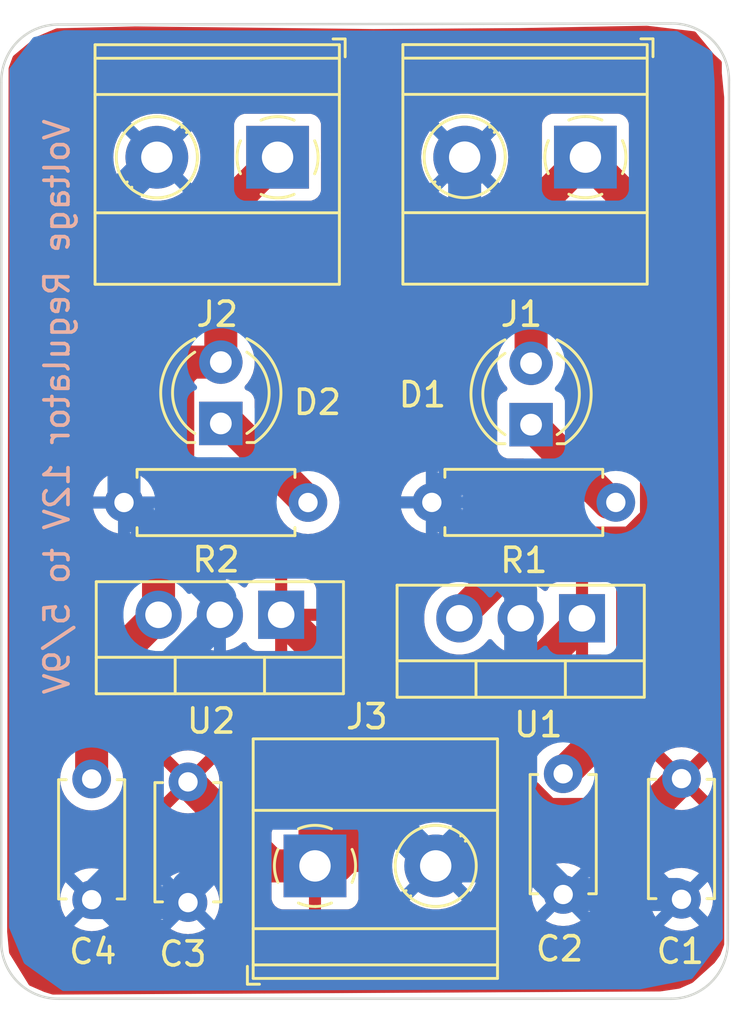
<source format=kicad_pcb>
(kicad_pcb (version 20221018) (generator pcbnew)
  (layers (0 "F.Cu" signal) (1 "In1.Cu" signal) (2 "In2.Cu" signal) (3 "In3.Cu" signal) (4 "In4.Cu" signal) (31 "B.Cu" signal) (34 "B.Paste" user) (35 "F.Paste" user) (36 "B.SilkS" user "B.Silkscreen") (37 "F.SilkS" user "F.Silkscreen") (38 "B.Mask" user) (39 "F.Mask" user) (44 "Edge.Cuts" user))
  (net 0 "")
  (net 1 "+12V")
  (net 2 "GND")
  (net 3 "/5V OUT")
  (net 4 "/9V OUT")
  (net 5 "Net-(D1-K)")
  (net 6 "Net-(D2-K)")
  (footprint "Capacitor_THT:C_Disc_D4.7mm_W2.5mm_P5.00mm" (layer "F.Cu") (at 76.95 59 -90)
    (fp_text reference "C4" (at 7.15 -0.05 -180) (layer "F.SilkS"))
    (fp_text value "0.1uF")
    (fp_line (start 0.03 -1.37) (end 0.03 -1.055) (stroke (width 0.12)) (layer "F.SilkS"))
    (fp_line (start 0.03 -1.37) (end 4.97 -1.37) (stroke (width 0.12)) (layer "F.SilkS"))
    (fp_line (start 0.03 1.055) (end 0.03 1.37) (stroke (width 0.12)) (layer "F.SilkS"))
    (fp_line (start 0.03 1.37) (end 4.97 1.37) (stroke (width 0.12)) (layer "F.SilkS"))
    (fp_line (start 4.97 -1.37) (end 4.97 -1.055) (stroke (width 0.12)) (layer "F.SilkS"))
    (fp_line (start 4.97 1.055) (end 4.97 1.37) (stroke (width 0.12)) (layer "F.SilkS"))
    (pad "1" thru_hole circle (at 0 0 270) (size 1.6 1.6) (drill 0.8) (layers "*.Cu" "*.Mask") (net 4 "/9V OUT"))
    (pad "2" thru_hole circle (at 5 0 270) (size 1.6 1.6) (drill 0.8) (layers "*.Cu" "*.Mask") (net 2 "GND"))
  )
  (footprint "Resistor_THT:R_Axial_DIN0207_L6.3mm_D2.5mm_P7.62mm_Horizontal" (layer "F.Cu") (at 98.66 47.545 180)
    (fp_text reference "R1" (at 3.81 -2.4) (layer "F.SilkS"))
    (fp_text value "330 Ohm")
    (fp_line (start 0.54 -1.37) (end 7.08 -1.37) (stroke (width 0.12)) (layer "F.SilkS"))
    (fp_line (start 0.54 -1.04) (end 0.54 -1.37) (stroke (width 0.12)) (layer "F.SilkS"))
    (fp_line (start 0.54 1.04) (end 0.54 1.37) (stroke (width 0.12)) (layer "F.SilkS"))
    (fp_line (start 0.54 1.37) (end 7.08 1.37) (stroke (width 0.12)) (layer "F.SilkS"))
    (fp_line (start 7.08 -1.37) (end 7.08 -1.04) (stroke (width 0.12)) (layer "F.SilkS"))
    (fp_line (start 7.08 1.37) (end 7.08 1.04) (stroke (width 0.12)) (layer "F.SilkS"))
    (pad "1" thru_hole circle (at 0 0 180) (size 1.6 1.6) (drill 0.8) (layers "*.Cu" "*.Mask") (net 5 "Net-(D1-K)"))
    (pad "2" thru_hole oval (at 7.62 0 180) (size 1.6 1.6) (drill 0.8) (layers "*.Cu" "*.Mask") (net 2 "GND"))
  )
  (footprint "LED_THT:LED_D4.0mm" (layer "F.Cu") (at 95.15 44.325 90)
    (fp_text reference "D1" (at 1.24 -4.5) (layer "F.SilkS"))
    (fp_text value "LED")
    (fp_line (start -0.79 -1.399) (end -0.79 -1.08) (stroke (width 0.12)) (layer "F.SilkS"))
    (fp_line (start -0.79 1.08) (end -0.79 1.399) (stroke (width 0.12)) (layer "F.SilkS"))
    (fp_arc (start -0.79 -1.398749) (mid 1.453519 -2.483228) (end 3.513242 -1.080724) (stroke (width 0.12)) (layer "F.SilkS"))
    (fp_arc (start -0.41333 -1.08) (mid 1.269429 -2) (end 2.952713 -1.080961) (stroke (width 0.12)) (layer "F.SilkS"))
    (fp_arc (start 2.952713 1.080961) (mid 1.269429 2) (end -0.41333 1.08) (stroke (width 0.12)) (layer "F.SilkS"))
    (fp_arc (start 3.513242 1.080724) (mid 1.453519 2.483228) (end -0.79 1.398749) (stroke (width 0.12)) (layer "F.SilkS"))
    (pad "1" thru_hole rect (at 0 0 90) (size 1.8 1.8) (drill 0.9) (layers "*.Cu" "*.Mask") (net 5 "Net-(D1-K)"))
    (pad "2" thru_hole circle (at 2.54 0 90) (size 1.8 1.8) (drill 0.9) (layers "*.Cu" "*.Mask") (net 3 "/5V OUT"))
  )
  (footprint "Package_TO_SOT_THT:TO-220-3_Vertical" (layer "F.Cu") (at 84.8 52.2 180)
    (fp_text reference "U2" (at 2.9 -4.4) (layer "F.SilkS"))
    (fp_text value "LM7809_TO220")
    (fp_line (start -2.58 -3.27) (end -2.58 1.371) (stroke (width 0.12)) (layer "F.SilkS"))
    (fp_line (start -2.58 -3.27) (end 7.66 -3.27) (stroke (width 0.12)) (layer "F.SilkS"))
    (fp_line (start -2.58 -1.76) (end 7.66 -1.76) (stroke (width 0.12)) (layer "F.SilkS"))
    (fp_line (start -2.58 1.371) (end 7.66 1.371) (stroke (width 0.12)) (layer "F.SilkS"))
    (fp_line (start 0.69 -3.27) (end 0.69 -1.76) (stroke (width 0.12)) (layer "F.SilkS"))
    (fp_line (start 4.391 -3.27) (end 4.391 -1.76) (stroke (width 0.12)) (layer "F.SilkS"))
    (fp_line (start 7.66 -3.27) (end 7.66 1.371) (stroke (width 0.12)) (layer "F.SilkS"))
    (pad "1" thru_hole rect (at 0 0 180) (size 1.905 2) (drill 1.1) (layers "*.Cu" "*.Mask") (net 1 "+12V"))
    (pad "2" thru_hole oval (at 2.54 0 180) (size 1.905 2) (drill 1.1) (layers "*.Cu" "*.Mask") (net 2 "GND"))
    (pad "3" thru_hole oval (at 5.08 0 180) (size 1.905 2) (drill 1.1) (layers "*.Cu" "*.Mask") (net 4 "/9V OUT"))
  )
  (footprint "LED_THT:LED_D4.0mm" (layer "F.Cu") (at 82.3 44.275 90)
    (fp_text reference "D2" (at 0.875 4 180) (layer "F.SilkS"))
    (fp_text value "LED")
    (fp_line (start -0.79 -1.399) (end -0.79 -1.08) (stroke (width 0.12)) (layer "F.SilkS"))
    (fp_line (start -0.79 1.08) (end -0.79 1.399) (stroke (width 0.12)) (layer "F.SilkS"))
    (fp_arc (start -0.79 -1.398749) (mid 1.453519 -2.483228) (end 3.513242 -1.080724) (stroke (width 0.12)) (layer "F.SilkS"))
    (fp_arc (start -0.41333 -1.08) (mid 1.269429 -2) (end 2.952713 -1.080961) (stroke (width 0.12)) (layer "F.SilkS"))
    (fp_arc (start 2.952713 1.080961) (mid 1.269429 2) (end -0.41333 1.08) (stroke (width 0.12)) (layer "F.SilkS"))
    (fp_arc (start 3.513242 1.080724) (mid 1.453519 2.483228) (end -0.79 1.398749) (stroke (width 0.12)) (layer "F.SilkS"))
    (pad "1" thru_hole rect (at 0 0 90) (size 1.8 1.8) (drill 0.9) (layers "*.Cu" "*.Mask") (net 6 "Net-(D2-K)"))
    (pad "2" thru_hole circle (at 2.54 0 90) (size 1.8 1.8) (drill 0.9) (layers "*.Cu" "*.Mask") (net 4 "/9V OUT"))
  )
  (footprint "Capacitor_THT:C_Disc_D4.7mm_W2.5mm_P5.00mm" (layer "F.Cu") (at 80.94 59.12 -90)
    (fp_text reference "C3" (at 7.13 0.21) (layer "F.SilkS"))
    (fp_text value "0.33uF")
    (fp_line (start 0.03 -1.37) (end 0.03 -1.055) (stroke (width 0.12)) (layer "F.SilkS"))
    (fp_line (start 0.03 -1.37) (end 4.97 -1.37) (stroke (width 0.12)) (layer "F.SilkS"))
    (fp_line (start 0.03 1.055) (end 0.03 1.37) (stroke (width 0.12)) (layer "F.SilkS"))
    (fp_line (start 0.03 1.37) (end 4.97 1.37) (stroke (width 0.12)) (layer "F.SilkS"))
    (fp_line (start 4.97 -1.37) (end 4.97 -1.055) (stroke (width 0.12)) (layer "F.SilkS"))
    (fp_line (start 4.97 1.055) (end 4.97 1.37) (stroke (width 0.12)) (layer "F.SilkS"))
    (pad "1" thru_hole circle (at 0 0 270) (size 1.6 1.6) (drill 0.8) (layers "*.Cu" "*.Mask") (net 1 "+12V"))
    (pad "2" thru_hole circle (at 5 0 270) (size 1.6 1.6) (drill 0.8) (layers "*.Cu" "*.Mask") (net 2 "GND"))
  )
  (footprint "TerminalBlock_Phoenix:TerminalBlock_Phoenix_MKDS-1,5-2_1x02_P5.00mm_Horizontal" (layer "F.Cu") (at 84.65 33.25 180)
    (fp_text reference "J2" (at 2.5 -6.5) (layer "F.SilkS"))
    (fp_text value "Screw_Terminal_01x02")
    (fp_line (start -2.8 4.16) (end -2.8 4.9) (stroke (width 0.12)) (layer "F.SilkS"))
    (fp_line (start -2.8 4.9) (end -2.3 4.9) (stroke (width 0.12)) (layer "F.SilkS"))
    (fp_line (start -2.56 -5.261) (end -2.56 4.66) (stroke (width 0.12)) (layer "F.SilkS"))
    (fp_line (start -2.56 -5.261) (end 7.56 -5.261) (stroke (width 0.12)) (layer "F.SilkS"))
    (fp_line (start -2.56 -2.301) (end 7.56 -2.301) (stroke (width 0.12)) (layer "F.SilkS"))
    (fp_line (start -2.56 2.6) (end 7.56 2.6) (stroke (width 0.12)) (layer "F.SilkS"))
    (fp_line (start -2.56 4.1) (end 7.56 4.1) (stroke (width 0.12)) (layer "F.SilkS"))
    (fp_line (start -2.56 4.66) (end 7.56 4.66) (stroke (width 0.12)) (layer "F.SilkS"))
    (fp_line (start 3.773 1.023) (end 3.726 1.069) (stroke (width 0.12)) (layer "F.SilkS"))
    (fp_line (start 3.966 1.239) (end 3.931 1.274) (stroke (width 0.12)) (layer "F.SilkS"))
    (fp_line (start 6.07 -1.275) (end 6.035 -1.239) (stroke (width 0.12)) (layer "F.SilkS"))
    (fp_line (start 6.275 -1.069) (end 6.228 -1.023) (stroke (width 0.12)) (layer "F.SilkS"))
    (fp_line (start 7.56 -5.261) (end 7.56 4.66) (stroke (width 0.12)) (layer "F.SilkS"))
    (fp_arc (start -1.535427 0.683042) (mid -1.680501 -0.000524) (end -1.535 -0.684) (stroke (width 0.12)) (layer "F.SilkS"))
    (fp_arc (start -0.683042 -1.535427) (mid 0.000524 -1.680501) (end 0.684 -1.535) (stroke (width 0.12)) (layer "F.SilkS"))
    (fp_arc (start 0.028805 1.680253) (mid -0.335551 1.646659) (end -0.684 1.535) (stroke (width 0.12)) (layer "F.SilkS"))
    (fp_arc (start 0.683318 1.534756) (mid 0.349292 1.643288) (end 0 1.68) (stroke (width 0.12)) (layer "F.SilkS"))
    (fp_arc (start 1.535427 -0.683042) (mid 1.680501 0.000524) (end 1.535 0.684) (stroke (width 0.12)) (layer "F.SilkS"))
    (fp_circle (center 5 0) (end 6.68 0) (stroke (width 0.12)) (fill none) (layer "F.SilkS"))
    (pad "1" thru_hole rect (at 0 0 180) (size 2.6 2.6) (drill 1.3) (layers "*.Cu" "*.Mask") (net 4 "/9V OUT"))
    (pad "2" thru_hole circle (at 5 0 180) (size 2.6 2.6) (drill 1.3) (layers "*.Cu" "*.Mask") (net 2 "GND"))
  )
  (footprint "Capacitor_THT:C_Disc_D4.7mm_W2.5mm_P5.00mm" (layer "F.Cu") (at 96.48 58.785 -90)
    (fp_text reference "C2" (at 7.25 0.15 -180) (layer "F.SilkS"))
    (fp_text value "0.1uF")
    (fp_line (start 0.03 -1.37) (end 0.03 -1.055) (stroke (width 0.12)) (layer "F.SilkS"))
    (fp_line (start 0.03 -1.37) (end 4.97 -1.37) (stroke (width 0.12)) (layer "F.SilkS"))
    (fp_line (start 0.03 1.055) (end 0.03 1.37) (stroke (width 0.12)) (layer "F.SilkS"))
    (fp_line (start 0.03 1.37) (end 4.97 1.37) (stroke (width 0.12)) (layer "F.SilkS"))
    (fp_line (start 4.97 -1.37) (end 4.97 -1.055) (stroke (width 0.12)) (layer "F.SilkS"))
    (fp_line (start 4.97 1.055) (end 4.97 1.37) (stroke (width 0.12)) (layer "F.SilkS"))
    (pad "1" thru_hole circle (at 0 0 270) (size 1.6 1.6) (drill 0.8) (layers "*.Cu" "*.Mask") (net 3 "/5V OUT"))
    (pad "2" thru_hole circle (at 5 0 270) (size 1.6 1.6) (drill 0.8) (layers "*.Cu" "*.Mask") (net 2 "GND"))
  )
  (footprint "TerminalBlock_Phoenix:TerminalBlock_Phoenix_MKDS-1,5-2_1x02_P5.00mm_Horizontal" (layer "F.Cu") (at 97.4 33.245 180)
    (fp_text reference "J1" (at 2.65 -6.505) (layer "F.SilkS"))
    (fp_text value "Screw_Terminal_01x02")
    (fp_line (start -2.8 4.16) (end -2.8 4.9) (stroke (width 0.12)) (layer "F.SilkS"))
    (fp_line (start -2.8 4.9) (end -2.3 4.9) (stroke (width 0.12)) (layer "F.SilkS"))
    (fp_line (start -2.56 -5.261) (end -2.56 4.66) (stroke (width 0.12)) (layer "F.SilkS"))
    (fp_line (start -2.56 -5.261) (end 7.56 -5.261) (stroke (width 0.12)) (layer "F.SilkS"))
    (fp_line (start -2.56 -2.301) (end 7.56 -2.301) (stroke (width 0.12)) (layer "F.SilkS"))
    (fp_line (start -2.56 2.6) (end 7.56 2.6) (stroke (width 0.12)) (layer "F.SilkS"))
    (fp_line (start -2.56 4.1) (end 7.56 4.1) (stroke (width 0.12)) (layer "F.SilkS"))
    (fp_line (start -2.56 4.66) (end 7.56 4.66) (stroke (width 0.12)) (layer "F.SilkS"))
    (fp_line (start 3.773 1.023) (end 3.726 1.069) (stroke (width 0.12)) (layer "F.SilkS"))
    (fp_line (start 3.966 1.239) (end 3.931 1.274) (stroke (width 0.12)) (layer "F.SilkS"))
    (fp_line (start 6.07 -1.275) (end 6.035 -1.239) (stroke (width 0.12)) (layer "F.SilkS"))
    (fp_line (start 6.275 -1.069) (end 6.228 -1.023) (stroke (width 0.12)) (layer "F.SilkS"))
    (fp_line (start 7.56 -5.261) (end 7.56 4.66) (stroke (width 0.12)) (layer "F.SilkS"))
    (fp_arc (start -1.535427 0.683042) (mid -1.680501 -0.000524) (end -1.535 -0.684) (stroke (width 0.12)) (layer "F.SilkS"))
    (fp_arc (start -0.683042 -1.535427) (mid 0.000524 -1.680501) (end 0.684 -1.535) (stroke (width 0.12)) (layer "F.SilkS"))
    (fp_arc (start 0.028805 1.680253) (mid -0.335551 1.646659) (end -0.684 1.535) (stroke (width 0.12)) (layer "F.SilkS"))
    (fp_arc (start 0.683318 1.534756) (mid 0.349292 1.643288) (end 0 1.68) (stroke (width 0.12)) (layer "F.SilkS"))
    (fp_arc (start 1.535427 -0.683042) (mid 1.680501 0.000524) (end 1.535 0.684) (stroke (width 0.12)) (layer "F.SilkS"))
    (fp_circle (center 5 0) (end 6.68 0) (stroke (width 0.12)) (fill none) (layer "F.SilkS"))
    (pad "1" thru_hole rect (at 0 0 180) (size 2.6 2.6) (drill 1.3) (layers "*.Cu" "*.Mask") (net 3 "/5V OUT"))
    (pad "2" thru_hole circle (at 5 0 180) (size 2.6 2.6) (drill 1.3) (layers "*.Cu" "*.Mask") (net 2 "GND"))
  )
  (footprint "Package_TO_SOT_THT:TO-220-3_Vertical" (layer "F.Cu") (at 97.26 52.345 180)
    (fp_text reference "U1" (at 1.81 -4.405) (layer "F.SilkS"))
    (fp_text value "LM7805_TO220")
    (fp_line (start -2.58 -3.27) (end -2.58 1.371) (stroke (width 0.12)) (layer "F.SilkS"))
    (fp_line (start -2.58 -3.27) (end 7.66 -3.27) (stroke (width 0.12)) (layer "F.SilkS"))
    (fp_line (start -2.58 -1.76) (end 7.66 -1.76) (stroke (width 0.12)) (layer "F.SilkS"))
    (fp_line (start -2.58 1.371) (end 7.66 1.371) (stroke (width 0.12)) (layer "F.SilkS"))
    (fp_line (start 0.69 -3.27) (end 0.69 -1.76) (stroke (width 0.12)) (layer "F.SilkS"))
    (fp_line (start 4.391 -3.27) (end 4.391 -1.76) (stroke (width 0.12)) (layer "F.SilkS"))
    (fp_line (start 7.66 -3.27) (end 7.66 1.371) (stroke (width 0.12)) (layer "F.SilkS"))
    (pad "1" thru_hole rect (at 0 0 180) (size 1.905 2) (drill 1.1) (layers "*.Cu" "*.Mask") (net 1 "+12V"))
    (pad "2" thru_hole oval (at 2.54 0 180) (size 1.905 2) (drill 1.1) (layers "*.Cu" "*.Mask") (net 2 "GND"))
    (pad "3" thru_hole oval (at 5.08 0 180) (size 1.905 2) (drill 1.1) (layers "*.Cu" "*.Mask") (net 3 "/5V OUT"))
  )
  (footprint "TerminalBlock_Phoenix:TerminalBlock_Phoenix_MKDS-1,5-2_1x02_P5.00mm_Horizontal" (layer "F.Cu") (at 86.2 62.6)
    (fp_text reference "J3" (at 2.15 -6.18 180) (layer "F.SilkS"))
    (fp_text value "Screw_Terminal_01x02")
    (fp_line (start -2.8 4.16) (end -2.8 4.9) (stroke (width 0.12)) (layer "F.SilkS"))
    (fp_line (start -2.8 4.9) (end -2.3 4.9) (stroke (width 0.12)) (layer "F.SilkS"))
    (fp_line (start -2.56 -5.261) (end -2.56 4.66) (stroke (width 0.12)) (layer "F.SilkS"))
    (fp_line (start -2.56 -5.261) (end 7.56 -5.261) (stroke (width 0.12)) (layer "F.SilkS"))
    (fp_line (start -2.56 -2.301) (end 7.56 -2.301) (stroke (width 0.12)) (layer "F.SilkS"))
    (fp_line (start -2.56 2.6) (end 7.56 2.6) (stroke (width 0.12)) (layer "F.SilkS"))
    (fp_line (start -2.56 4.1) (end 7.56 4.1) (stroke (width 0.12)) (layer "F.SilkS"))
    (fp_line (start -2.56 4.66) (end 7.56 4.66) (stroke (width 0.12)) (layer "F.SilkS"))
    (fp_line (start 3.773 1.023) (end 3.726 1.069) (stroke (width 0.12)) (layer "F.SilkS"))
    (fp_line (start 3.966 1.239) (end 3.931 1.274) (stroke (width 0.12)) (layer "F.SilkS"))
    (fp_line (start 6.07 -1.275) (end 6.035 -1.239) (stroke (width 0.12)) (layer "F.SilkS"))
    (fp_line (start 6.275 -1.069) (end 6.228 -1.023) (stroke (width 0.12)) (layer "F.SilkS"))
    (fp_line (start 7.56 -5.261) (end 7.56 4.66) (stroke (width 0.12)) (layer "F.SilkS"))
    (fp_arc (start -1.535427 0.683042) (mid -1.680501 -0.000524) (end -1.535 -0.684) (stroke (width 0.12)) (layer "F.SilkS"))
    (fp_arc (start -0.683042 -1.535427) (mid 0.000524 -1.680501) (end 0.684 -1.535) (stroke (width 0.12)) (layer "F.SilkS"))
    (fp_arc (start 0.028805 1.680253) (mid -0.335551 1.646659) (end -0.684 1.535) (stroke (width 0.12)) (layer "F.SilkS"))
    (fp_arc (start 0.683318 1.534756) (mid 0.349292 1.643288) (end 0 1.68) (stroke (width 0.12)) (layer "F.SilkS"))
    (fp_arc (start 1.535427 -0.683042) (mid 1.680501 0.000524) (end 1.535 0.684) (stroke (width 0.12)) (layer "F.SilkS"))
    (fp_circle (center 5 0) (end 6.68 0) (stroke (width 0.12)) (fill none) (layer "F.SilkS"))
    (pad "1" thru_hole rect (at 0 0) (size 2.6 2.6) (drill 1.3) (layers "*.Cu" "*.Mask") (net 1 "+12V"))
    (pad "2" thru_hole circle (at 5 0) (size 2.6 2.6) (drill 1.3) (layers "*.Cu" "*.Mask") (net 2 "GND"))
  )
  (footprint "Capacitor_THT:C_Disc_D4.7mm_W2.5mm_P5.00mm" (layer "F.Cu") (at 101.38 58.985 -90)
    (fp_text reference "C1" (at 7.15 0.05 -180) (layer "F.SilkS"))
    (fp_text value "0.33uF")
    (fp_line (start 0.03 -1.37) (end 0.03 -1.055) (stroke (width 0.12)) (layer "F.SilkS"))
    (fp_line (start 0.03 -1.37) (end 4.97 -1.37) (stroke (width 0.12)) (layer "F.SilkS"))
    (fp_line (start 0.03 1.055) (end 0.03 1.37) (stroke (width 0.12)) (layer "F.SilkS"))
    (fp_line (start 0.03 1.37) (end 4.97 1.37) (stroke (width 0.12)) (layer "F.SilkS"))
    (fp_line (start 4.97 -1.37) (end 4.97 -1.055) (stroke (width 0.12)) (layer "F.SilkS"))
    (fp_line (start 4.97 1.055) (end 4.97 1.37) (stroke (width 0.12)) (layer "F.SilkS"))
    (pad "1" thru_hole circle (at 0 0 270) (size 1.6 1.6) (drill 0.8) (layers "*.Cu" "*.Mask") (net 1 "+12V"))
    (pad "2" thru_hole circle (at 5 0 270) (size 1.6 1.6) (drill 0.8) (layers "*.Cu" "*.Mask") (net 2 "GND"))
  )
  (footprint "Resistor_THT:R_Axial_DIN0207_L6.3mm_D2.5mm_P7.62mm_Horizontal" (layer "F.Cu") (at 85.91 47.55 180)
    (fp_text reference "R2" (at 3.81 -2.37) (layer "F.SilkS"))
    (fp_text value "330 Ohm")
    (fp_line (start 0.54 -1.37) (end 7.08 -1.37) (stroke (width 0.12)) (layer "F.SilkS"))
    (fp_line (start 0.54 -1.04) (end 0.54 -1.37) (stroke (width 0.12)) (layer "F.SilkS"))
    (fp_line (start 0.54 1.04) (end 0.54 1.37) (stroke (width 0.12)) (layer "F.SilkS"))
    (fp_line (start 0.54 1.37) (end 7.08 1.37) (stroke (width 0.12)) (layer "F.SilkS"))
    (fp_line (start 7.08 -1.37) (end 7.08 -1.04) (stroke (width 0.12)) (layer "F.SilkS"))
    (fp_line (start 7.08 1.37) (end 7.08 1.04) (stroke (width 0.12)) (layer "F.SilkS"))
    (pad "1" thru_hole circle (at 0 0 180) (size 1.6 1.6) (drill 0.8) (layers "*.Cu" "*.Mask") (net 6 "Net-(D2-K)"))
    (pad "2" thru_hole oval (at 7.62 0 180) (size 1.6 1.6) (drill 0.8) (layers "*.Cu" "*.Mask") (net 2 "GND"))
  )
  (gr_arc (start 75.604304 68.100338) (mid 73.91 67.43) (end 73.203773 65.750339) (stroke (width 0.1)) (layer "Edge.Cuts"))
  (gr_line (start 75.604304 68.100338) (end 100.950001 68.100531) (stroke (width 0.1)) (layer "Edge.Cuts"))
  (gr_line (start 100.945696 27.709662) (end 75.559661 27.753773) (stroke (width 0.1)) (layer "Edge.Cuts"))
  (gr_line (start 103.3 65.7) (end 103.346227 30.059661) (stroke (width 0.1)) (layer "Edge.Cuts"))
  (gr_arc (start 103.3 65.7) (mid 102.629662 67.394304) (end 100.950001 68.100531) (stroke (width 0.1)) (layer "Edge.Cuts"))
  (gr_line (start 73.209662 30.154304) (end 73.203773 65.750339) (stroke (width 0.1)) (layer "Edge.Cuts"))
  (gr_arc (start 73.209662 30.154304) (mid 73.88 28.46) (end 75.559661 27.753773) (stroke (width 0.1)) (layer "Edge.Cuts"))
  (gr_arc (start 100.945696 27.709662) (mid 102.64 28.38) (end 103.346227 30.059661) (stroke (width 0.1)) (layer "Edge.Cuts"))
  (gr_text "Voltage Regulator 12V to 5/9V" (at 76.1 31.58 90) (layer "B.SilkS") (effects (font (size 1 1)) (justify left bottom mirror)))
  (segment (start 86.2 62.6) (end 84.42 62.6) (width 1.36703) (layer "F.Cu") (net 1))
  (segment (start 86.2 53.6) (end 84.8 52.2) (width 1.36703) (layer "F.Cu") (net 1))
  (segment (start 84.42 62.6) (end 80.94 59.12) (width 1.36703) (layer "F.Cu") (net 1))
  (segment (start 95.782665 60.468515) (end 99.896485 60.468515) (width 1.36703) (layer "F.Cu") (net 1))
  (segment (start 86.2 62.6) (end 89.112075 59.687925) (width 1.36703) (layer "F.Cu") (net 1))
  (segment (start 97.26 52.449017) (end 97.26 52.345) (width 1.36703) (layer "F.Cu") (net 1))
  (segment (start 86.2 62.6) (end 87.109017 62.6) (width 1.36703) (layer "F.Cu") (net 1))
  (segment (start 95.002075 59.687925) (end 95.782665 60.468515) (width 1.36703) (layer "F.Cu") (net 1))
  (segment (start 89.112075 59.687925) (end 95.002075 59.687925) (width 1.36703) (layer "F.Cu") (net 1))
  (segment (start 99.896485 60.468515) (end 101.38 58.985) (width 1.36703) (layer "F.Cu") (net 1))
  (segment (start 87.109017 62.6) (end 97.26 52.449017) (width 1.36703) (layer "F.Cu") (net 1))
  (segment (start 86.2 62.6) (end 86.2 53.6) (width 1.36703) (layer "F.Cu") (net 1))
  (segment (start 78.29 34.61) (end 79.65 33.25) (width 1.36703) (layer "B.Cu") (net 2))
  (segment (start 91.2 62.6) (end 89.016485 60.416485) (width 1.36703) (layer "B.Cu") (net 2))
  (segment (start 91.2 62.6) (end 95.295 62.6) (width 1.36703) (layer "B.Cu") (net 2))
  (segment (start 101.18 63.785) (end 101.38 63.985) (width 1.36703) (layer "B.Cu") (net 2))
  (segment (start 89.016485 60.416485) (end 84.016485 60.416485) (width 1.36703) (layer "B.Cu") (net 2))
  (segment (start 80.94 63.49297) (end 80.94 64.12) (width 1.36703) (layer "B.Cu") (net 2))
  (segment (start 78.29 47.55) (end 78.29 34.61) (width 1.36703) (layer "B.Cu") (net 2))
  (segment (start 82.26 51.52) (end 78.29 47.55) (width 1.36703) (layer "B.Cu") (net 2))
  (segment (start 79.256485 55.307532) (end 82.26 52.304017) (width 1.36703) (layer "B.Cu") (net 2))
  (segment (start 77.07 64.12) (end 76.95 64) (width 1.36703) (layer "B.Cu") (net 2))
  (segment (start 95.295 62.6) (end 96.48 63.785) (width 1.36703) (layer "B.Cu") (net 2))
  (segment (start 92.4 46.185) (end 91.04 47.545) (width 1.36703) (layer "B.Cu") (net 2))
  (segment (start 91.04 47.545) (end 94.72 51.225) (width 1.36703) (layer "B.Cu") (net 2))
  (segment (start 79.256485 61.693515) (end 79.256485 55.307532) (width 1.36703) (layer "B.Cu") (net 2))
  (segment (start 80.94 64.12) (end 77.07 64.12) (width 1.36703) (layer "B.Cu") (net 2))
  (segment (start 92.4 33.245) (end 92.4 46.185) (width 1.36703) (layer "B.Cu") (net 2))
  (segment (start 82.26 52.2) (end 82.26 51.52) (width 1.36703) (layer "B.Cu") (net 2))
  (segment (start 94.72 59.08) (end 91.2 62.6) (width 1.36703) (layer "B.Cu") (net 2))
  (segment (start 94.72 51.225) (end 94.72 52.345) (width 1.36703) (layer "B.Cu") (net 2))
  (segment (start 76.95 64) (end 79.256485 61.693515) (width 1.36703) (layer "B.Cu") (net 2))
  (segment (start 84.016485 60.416485) (end 80.94 63.49297) (width 1.36703) (layer "B.Cu") (net 2))
  (segment (start 82.26 52.304017) (end 82.26 52.2) (width 1.36703) (layer "B.Cu") (net 2))
  (segment (start 96.48 63.785) (end 101.18 63.785) (width 1.36703) (layer "B.Cu") (net 2))
  (segment (start 94.72 52.345) (end 94.72 59.08) (width 1.36703) (layer "B.Cu") (net 2))
  (segment (start 95.15 35.495) (end 97.4 33.245) (width 1.36703) (layer "F.Cu") (net 3))
  (segment (start 92.18 52.240983) (end 95.192468 49.228515) (width 1.36703) (layer "F.Cu") (net 3))
  (segment (start 100.343515 36.188515) (end 97.4 33.245) (width 1.36703) (layer "F.Cu") (net 3))
  (segment (start 99.357335 55.907665) (end 99.357335 49.228515) (width 1.36703) (layer "F.Cu") (net 3))
  (segment (start 99.357335 49.228515) (end 100.343515 48.242335) (width 1.36703) (layer "F.Cu") (net 3))
  (segment (start 95.15 41.785) (end 95.15 35.495) (width 1.36703) (layer "F.Cu") (net 3))
  (segment (start 100.343515 48.242335) (end 100.343515 36.188515) (width 1.36703) (layer "F.Cu") (net 3))
  (segment (start 96.48 58.785) (end 99.357335 55.907665) (width 1.36703) (layer "F.Cu") (net 3))
  (segment (start 95.192468 49.228515) (end 99.357335 49.228515) (width 1.36703) (layer "F.Cu") (net 3))
  (segment (start 80.516485 49.131485) (end 80.516485 42.245723) (width 1.36703) (layer "F.Cu") (net 4))
  (segment (start 82.3 41.735) (end 82.3 35.6) (width 1.36703) (layer "F.Cu") (net 4))
  (segment (start 79.72 52.2) (end 79.72 49.92797) (width 1.36703) (layer "F.Cu") (net 4))
  (segment (start 79.72 49.92797) (end 80.516485 49.131485) (width 1.36703) (layer "F.Cu") (net 4))
  (segment (start 76.95 59) (end 76.95 54.97) (width 1.36703) (layer "F.Cu") (net 4))
  (segment (start 82.3 35.6) (end 84.65 33.25) (width 1.36703) (layer "F.Cu") (net 4))
  (segment (start 76.95 54.97) (end 79.72 52.2) (width 1.36703) (layer "F.Cu") (net 4))
  (segment (start 81.027208 41.735) (end 82.3 41.735) (width 1.36703) (layer "F.Cu") (net 4))
  (segment (start 80.516485 42.245723) (end 81.027208 41.735) (width 1.36703) (layer "F.Cu") (net 4))
  (segment (start 98.66 47.545) (end 98.37 47.545) (width 1.36703) (layer "F.Cu") (net 5))
  (segment (start 98.37 47.545) (end 95.15 44.325) (width 1.36703) (layer "F.Cu") (net 5))
  (segment (start 82.3 44.275) (end 82.635 44.275) (width 1.36703) (layer "F.Cu") (net 6))
  (segment (start 82.635 44.275) (end 85.91 47.55) (width 1.36703) (layer "F.Cu") (net 6))
  (zone (net 1) (net_name "+12V") (layer "F.Cu") (priority 1) (connect_pads (clearance 0.5)) (min_thickness 0.25) (fill yes (thermal_gap 0.5) (thermal_bridge_width 0.5))
    (polygon (pts (xy 74.69 28.25) (xy 75.49 27.91) (xy 78.74 27.83) (xy 88.62 27.94) (xy 94.7 27.9) (xy 99.94 27.8) (xy 101.95 28.04) (xy 102.72 28.98) (xy 103.05 29.28) (xy 103.05 29.76) (xy 103.15 30.78) (xy 103.15 65.86) (xy 102.99 66.29) (xy 102.75 66.62) (xy 101.84 67.44) (xy 101.3 67.68) (xy 100.5 67.8) (xy 75.33 67.93) (xy 74.98 67.82) (xy 74.36 67.55) (xy 73.53 66.21) (xy 73.45 65.33) (xy 73.51 29.55) (xy 73.69 29.06) (xy 74.76 28.17)))
  )
  (zone (net 2) (net_name "GND") (layer "B.Cu") (connect_pads (clearance 0.5)) (min_thickness 0.25) (fill yes (thermal_gap 0.5) (thermal_bridge_width 0.5))
    (polygon (pts (xy 102.75 30.12) (xy 103.09 65.63) (xy 101.82 67.28) (xy 99.67 67.71) (xy 75.75 67.78) (xy 74.15 66.64) (xy 73.53 65.16) (xy 73.55 29.57) (xy 74.53 28.28) (xy 75.8 27.99) (xy 101.2 28.02) (xy 102.66 28.88) (xy 102.75 30.13) (xy 103.04 30.21)))
  )
)
</source>
